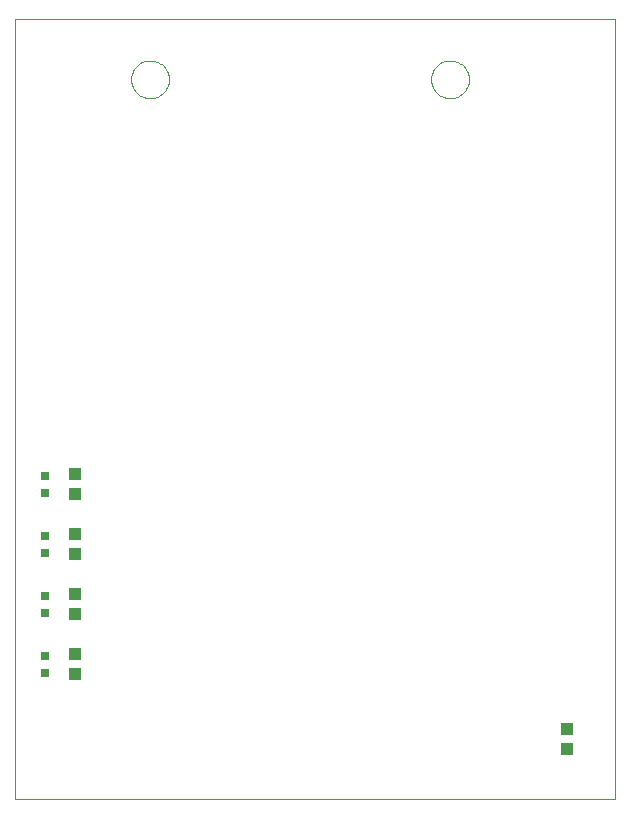
<source format=gtp>
G75*
%MOIN*%
%OFA0B0*%
%FSLAX24Y24*%
%IPPOS*%
%LPD*%
%AMOC8*
5,1,8,0,0,1.08239X$1,22.5*
%
%ADD10C,0.0000*%
%ADD11R,0.0394X0.0433*%
%ADD12R,0.0315X0.0315*%
D10*
X006110Y000150D02*
X006110Y026150D01*
X026110Y026150D01*
X026110Y017350D01*
X026109Y000148D01*
X006110Y000150D01*
X009980Y024150D02*
X009982Y024200D01*
X009988Y024250D01*
X009998Y024299D01*
X010012Y024347D01*
X010029Y024394D01*
X010050Y024439D01*
X010075Y024483D01*
X010103Y024524D01*
X010135Y024563D01*
X010169Y024600D01*
X010206Y024634D01*
X010246Y024664D01*
X010288Y024691D01*
X010332Y024715D01*
X010378Y024736D01*
X010425Y024752D01*
X010473Y024765D01*
X010523Y024774D01*
X010572Y024779D01*
X010623Y024780D01*
X010673Y024777D01*
X010722Y024770D01*
X010771Y024759D01*
X010819Y024744D01*
X010865Y024726D01*
X010910Y024704D01*
X010953Y024678D01*
X010994Y024649D01*
X011033Y024617D01*
X011069Y024582D01*
X011101Y024544D01*
X011131Y024504D01*
X011158Y024461D01*
X011181Y024417D01*
X011200Y024371D01*
X011216Y024323D01*
X011228Y024274D01*
X011236Y024225D01*
X011240Y024175D01*
X011240Y024125D01*
X011236Y024075D01*
X011228Y024026D01*
X011216Y023977D01*
X011200Y023929D01*
X011181Y023883D01*
X011158Y023839D01*
X011131Y023796D01*
X011101Y023756D01*
X011069Y023718D01*
X011033Y023683D01*
X010994Y023651D01*
X010953Y023622D01*
X010910Y023596D01*
X010865Y023574D01*
X010819Y023556D01*
X010771Y023541D01*
X010722Y023530D01*
X010673Y023523D01*
X010623Y023520D01*
X010572Y023521D01*
X010523Y023526D01*
X010473Y023535D01*
X010425Y023548D01*
X010378Y023564D01*
X010332Y023585D01*
X010288Y023609D01*
X010246Y023636D01*
X010206Y023666D01*
X010169Y023700D01*
X010135Y023737D01*
X010103Y023776D01*
X010075Y023817D01*
X010050Y023861D01*
X010029Y023906D01*
X010012Y023953D01*
X009998Y024001D01*
X009988Y024050D01*
X009982Y024100D01*
X009980Y024150D01*
X019980Y024150D02*
X019982Y024200D01*
X019988Y024250D01*
X019998Y024299D01*
X020012Y024347D01*
X020029Y024394D01*
X020050Y024439D01*
X020075Y024483D01*
X020103Y024524D01*
X020135Y024563D01*
X020169Y024600D01*
X020206Y024634D01*
X020246Y024664D01*
X020288Y024691D01*
X020332Y024715D01*
X020378Y024736D01*
X020425Y024752D01*
X020473Y024765D01*
X020523Y024774D01*
X020572Y024779D01*
X020623Y024780D01*
X020673Y024777D01*
X020722Y024770D01*
X020771Y024759D01*
X020819Y024744D01*
X020865Y024726D01*
X020910Y024704D01*
X020953Y024678D01*
X020994Y024649D01*
X021033Y024617D01*
X021069Y024582D01*
X021101Y024544D01*
X021131Y024504D01*
X021158Y024461D01*
X021181Y024417D01*
X021200Y024371D01*
X021216Y024323D01*
X021228Y024274D01*
X021236Y024225D01*
X021240Y024175D01*
X021240Y024125D01*
X021236Y024075D01*
X021228Y024026D01*
X021216Y023977D01*
X021200Y023929D01*
X021181Y023883D01*
X021158Y023839D01*
X021131Y023796D01*
X021101Y023756D01*
X021069Y023718D01*
X021033Y023683D01*
X020994Y023651D01*
X020953Y023622D01*
X020910Y023596D01*
X020865Y023574D01*
X020819Y023556D01*
X020771Y023541D01*
X020722Y023530D01*
X020673Y023523D01*
X020623Y023520D01*
X020572Y023521D01*
X020523Y023526D01*
X020473Y023535D01*
X020425Y023548D01*
X020378Y023564D01*
X020332Y023585D01*
X020288Y023609D01*
X020246Y023636D01*
X020206Y023666D01*
X020169Y023700D01*
X020135Y023737D01*
X020103Y023776D01*
X020075Y023817D01*
X020050Y023861D01*
X020029Y023906D01*
X020012Y023953D01*
X019998Y024001D01*
X019988Y024050D01*
X019982Y024100D01*
X019980Y024150D01*
D11*
X008110Y010985D03*
X008110Y010315D03*
X008110Y008985D03*
X008110Y008315D03*
X008110Y006985D03*
X008110Y006315D03*
X008110Y004985D03*
X008110Y004315D03*
X024510Y002485D03*
X024510Y001815D03*
D12*
X007110Y004355D03*
X007110Y004945D03*
X007110Y006355D03*
X007110Y006945D03*
X007110Y008355D03*
X007110Y008945D03*
X007110Y010355D03*
X007110Y010945D03*
M02*

</source>
